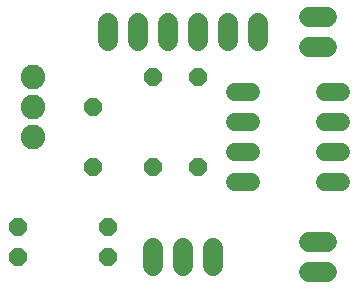
<source format=gbs>
G75*
%MOIN*%
%OFA0B0*%
%FSLAX25Y25*%
%IPPOS*%
%LPD*%
%AMOC8*
5,1,8,0,0,1.08239X$1,22.5*
%
%ADD10C,0.06000*%
%ADD11C,0.06800*%
%ADD12C,0.08200*%
%ADD13OC8,0.06000*%
D10*
X0130742Y0073933D02*
X0135942Y0073933D01*
X0135942Y0083933D02*
X0130742Y0083933D01*
X0130742Y0093933D02*
X0135942Y0093933D01*
X0135942Y0103933D02*
X0130742Y0103933D01*
X0160742Y0103933D02*
X0165942Y0103933D01*
X0165942Y0093933D02*
X0160742Y0093933D01*
X0160742Y0083933D02*
X0165942Y0083933D01*
X0165942Y0073933D02*
X0160742Y0073933D01*
D11*
X0161342Y0053933D02*
X0155342Y0053933D01*
X0155342Y0043933D02*
X0161342Y0043933D01*
X0123342Y0045933D02*
X0123342Y0051933D01*
X0113342Y0051933D02*
X0113342Y0045933D01*
X0103342Y0045933D02*
X0103342Y0051933D01*
X0155342Y0118933D02*
X0161342Y0118933D01*
X0161342Y0128933D02*
X0155342Y0128933D01*
X0138342Y0126933D02*
X0138342Y0120933D01*
X0128342Y0120933D02*
X0128342Y0126933D01*
X0118342Y0126933D02*
X0118342Y0120933D01*
X0108342Y0120933D02*
X0108342Y0126933D01*
X0098342Y0126933D02*
X0098342Y0120933D01*
X0088342Y0120933D02*
X0088342Y0126933D01*
D12*
X0063342Y0108933D03*
X0063342Y0098933D03*
X0063342Y0088933D03*
D13*
X0058342Y0048933D03*
X0058342Y0058933D03*
X0083342Y0078933D03*
X0103342Y0078933D03*
X0118342Y0078933D03*
X0088342Y0058933D03*
X0088342Y0048933D03*
X0083342Y0098933D03*
X0103342Y0108933D03*
X0118342Y0108933D03*
M02*

</source>
